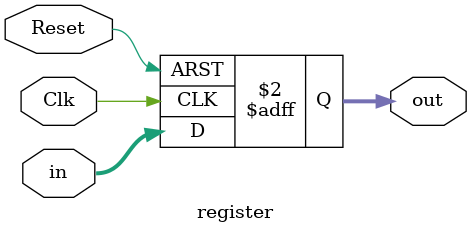
<source format=v>
module register #(parameter DATA_WIDTH=32)(
	input [DATA_WIDTH-1:0] in,
	input Clk, Reset, 
	output reg [DATA_WIDTH-1:0] out
);
	always @(posedge Clk, posedge Reset)
		if(Reset)
			out <= 0;
		else
			out <= in;
endmodule 
</source>
